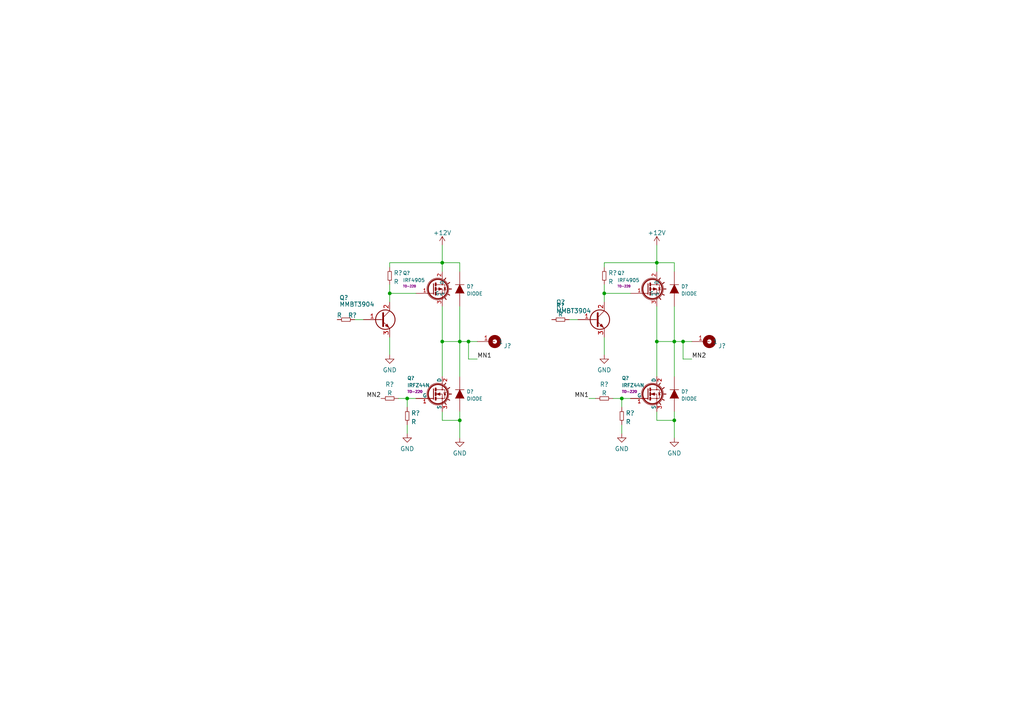
<source format=kicad_sch>
(kicad_sch (version 20211123) (generator eeschema)
  (paper "A4")
  (lib_symbols
    (symbol "EESTN5:Cable_PAD" (pin_names (offset 1.016))
      (property "Reference" "J" (at 0 5.08 0))
      (symbol "Cable_PAD_0_1"
        (circle (center 0 0) (radius 1.27) (stroke (width 1.27)))
      )
      (symbol "Cable_PAD_1_1"
        (pin input line (at -5.08 0 0) (length 5.08) (name "1") (number "1"))
      )
    )
    (symbol "EESTN5:DIODE" (pin_numbers hide) (pin_names (offset 1.016) hide)
      (property "Reference" "D" (at 0 2.54 0))
      (property "Value" "DIODE" (at 0 -2.54 0))
      (symbol "DIODE_0_1"
        (polyline (pts (xy 1.27 1.27) (xy 1.27 -1.27)) (stroke (width 0.1524)))
        (polyline (pts (xy -1.27 1.27) (xy 1.27 0) (xy -1.27 -1.27)) (fill (type outline)))
      )
      (symbol "DIODE_1_1"
        (pin passive line (at -5.08 0 0) (length 3.81) (name "A") (number "1"))
        (pin passive line (at 5.08 0 180) (length 3.81) (name "K") (number "2"))
      )
    )
    (symbol "EESTN5:IRFZ44N" (pin_names (offset 0))
      (property "Reference" "Q" (at 0 -3.7592 0))
      (property "Value" "IRFZ44N" (at 3.81 7.62 0))
      (property "Footprint" "TO-220" (at -4.5466 2.5654 0))
      (symbol "IRFZ44N_0_1"
        (polyline (pts (xy 0.635 -1.016) (xy 0.635 -1.651)) (stroke (width 0.508)))
        (polyline (pts (xy 0.635 0.381) (xy 0.635 -0.381)) (stroke (width 0.508)))
        (polyline (pts (xy 0.635 1.651) (xy 0.635 1.016)) (stroke (width 0.508)))
        (polyline (pts (xy 3.048 0.381) (xy 2.921 0.254)))
        (polyline (pts (xy 3.048 0.381) (xy 3.556 0.381)))
        (polyline (pts (xy 3.175 2.667) (xy 3.556 3.175)) (stroke (width 0.254)))
        (polyline (pts (xy 3.302 -2.54) (xy 3.683 -3.048)) (stroke (width 0.254)))
        (polyline (pts (xy 3.556 0.381) (xy 3.683 0.508)))
        (polyline (pts (xy 4.191 -1.524) (xy 4.699 -1.778)) (stroke (width 0.254)))
        (polyline (pts (xy 4.191 1.524) (xy 4.699 1.905)) (stroke (width 0.254)))
        (polyline (pts (xy 4.572 0) (xy 5.207 0)) (stroke (width 0.254)))
        (polyline (pts (xy 0 1.524) (xy 0 -1.524) (xy 0 -1.524)) (stroke (width 0.254)))
        (polyline (pts (xy 0.762 -1.27) (xy 2.54 -1.27) (xy 2.54 -2.54) (xy 2.54 -2.54)))
        (polyline (pts (xy 0.762 1.27) (xy 2.54 1.27) (xy 2.54 2.54) (xy 2.54 2.54)))
        (polyline (pts (xy 2.54 1.27) (xy 3.302 1.27) (xy 3.302 -1.27) (xy 2.54 -1.27)))
        (polyline (pts (xy 3.302 0.381) (xy 3.048 -0.254) (xy 3.556 -0.254) (xy 3.302 0.381)) (fill (type outline)))
        (polyline (pts (xy 0.762 0) (xy 1.27 0) (xy 2.54 0) (xy 2.54 -1.27) (xy 2.54 -1.27)))
        (polyline (pts (xy 0.889 0) (xy 1.905 0.381) (xy 1.905 -0.381) (xy 0.889 0) (xy 1.016 0) (xy 1.016 0)) (fill (type outline)))
        (circle (center 1.27 0) (radius 2.8194) (stroke (width 0.3556)))
        (circle (center 1.27 0) (radius 3.175))
        (circle (center 2.54 -1.27) (radius 0.127))
        (circle (center 2.54 1.27) (radius 0.127))
      )
      (symbol "IRFZ44N_1_1"
        (pin input line (at -5.08 -1.27 0) (length 5.08) (name "G") (number "1"))
        (pin passive line (at 2.54 5.08 270) (length 2.032) (name "D") (number "2"))
        (pin passive line (at 2.54 -5.08 90) (length 2.54) (name "S") (number "3"))
      )
    )
    (symbol "EESTN5:R" (pin_numbers hide) (pin_names (offset 0))
      (property "Reference" "R" (at -1.27 0 90))
      (property "Value" "R" (at 1.27 0 90))
      (symbol "R_0_1"
        (rectangle (start 0.508 1.27) (end -0.508 -1.27))
      )
      (symbol "R_1_1"
        (pin passive line (at 0 2.54 270) (length 1.27) (name "~") (number "1"))
        (pin passive line (at 0 -2.54 90) (length 1.27) (name "~") (number "2"))
      )
    )
    (symbol "MacroLib:IRF4905"
      (property "Reference" "Q" (at -11.43 5.08 0))
      (property "Value" "IRF4905" (at -8.89 3.175 0))
      (property "Footprint" "TO-220" (at -10.16 1.905 0))
      (symbol "IRF4905_0_1"
        (circle (center -1.27 1.27) (radius 2.8194) (stroke (width 0.3556)))
        (circle (center -1.27 1.27) (radius 3.175))
        (polyline (pts (xy -1.905 0.254) (xy -1.905 -0.381)) (stroke (width 0.508)))
        (polyline (pts (xy -1.905 1.651) (xy -1.905 0.889)) (stroke (width 0.508)))
        (polyline (pts (xy -1.905 2.921) (xy -1.905 2.286)) (stroke (width 0.508)))
        (polyline (pts (xy 0.508 1.016) (xy 0.381 0.889)))
        (polyline (pts (xy 0.635 3.937) (xy 1.016 4.445)) (stroke (width 0.254)))
        (polyline (pts (xy 0.762 -1.27) (xy 1.143 -1.778)) (stroke (width 0.254)))
        (polyline (pts (xy 1.016 1.016) (xy 0.508 1.016)))
        (polyline (pts (xy 1.016 1.016) (xy 1.143 1.143)))
        (polyline (pts (xy 1.651 -0.254) (xy 2.159 -0.508)) (stroke (width 0.254)))
        (polyline (pts (xy 1.651 2.794) (xy 2.159 3.175)) (stroke (width 0.254)))
        (polyline (pts (xy 2.032 1.27) (xy 2.667 1.27)) (stroke (width 0.254)))
        (polyline (pts (xy -2.54 2.794) (xy -2.54 -0.254) (xy -2.54 -0.254)) (stroke (width 0.254)))
        (polyline (pts (xy -1.778 0) (xy 0 0) (xy 0 -1.27) (xy 0 -1.27)))
        (polyline (pts (xy -1.778 2.54) (xy 0 2.54) (xy 0 3.81) (xy 0 3.81)))
        (polyline (pts (xy 0 2.54) (xy 0.762 2.54) (xy 0.762 0) (xy 0 0)))
        (polyline (pts (xy 0.762 1.016) (xy 1.016 1.651) (xy 0.508 1.651) (xy 0.762 1.016)) (fill (type outline)))
        (polyline (pts (xy -1.778 1.27) (xy -1.27 1.27) (xy 0 1.27) (xy 0 0) (xy 0 0)))
        (polyline (pts (xy 0 1.27) (xy -1.016 0.889) (xy -1.016 1.651) (xy 0 1.27) (xy -0.127 1.27) (xy -0.127 1.27)) (fill (type outline)))
        (circle (center 0 0) (radius 0.127))
        (circle (center 0 2.54) (radius 0.127))
      )
      (symbol "IRF4905_1_1"
        (pin input line (at -7.62 0 0) (length 5.08) (name "G") (number "1"))
        (pin passive line (at 0 6.35 270) (length 2.032) (name "D") (number "2"))
        (pin passive line (at 0 -3.81 90) (length 2.54) (name "S") (number "3"))
      )
    )
    (symbol "MacroLib:MMBT3904" (pin_names hide)
      (property "Reference" "Q" (at -11.43 5.715 0))
      (property "Value" "MMBT3904" (at -6.985 3.81 0))
      (symbol "MMBT3904_0_1"
        (circle (center -1.27 0) (radius 2.8194) (stroke (width 0.254)))
        (polyline (pts (xy -2.54 0) (xy -1.905 0)))
        (polyline (pts (xy -1.905 0.635) (xy 0 2.54)))
        (polyline (pts (xy -1.905 -0.635) (xy 0 -2.54) (xy 0 -2.54)))
        (polyline (pts (xy -1.905 1.905) (xy -1.905 -1.905) (xy -1.905 -1.905)) (stroke (width 0.508)))
        (polyline (pts (xy -1.27 -1.778) (xy -0.762 -1.27) (xy -0.254 -2.286) (xy -1.27 -1.778) (xy -1.27 -1.778)) (fill (type outline)))
      )
      (symbol "MMBT3904_1_1"
        (pin input line (at -7.62 0 0) (length 5.08) (name "B") (number "1"))
        (pin passive line (at 0 5.08 270) (length 2.54) (name "C") (number "2"))
        (pin passive line (at 0 -5.08 90) (length 2.54) (name "E") (number "3"))
      )
    )
    (symbol "power:+12V" (power) (pin_names (offset 0))
      (property "Value" "+12V" (at 0 3.556 0))
      (symbol "+12V_0_1"
        (polyline (pts (xy -0.762 1.27) (xy 0 2.54)))
        (polyline (pts (xy 0 0) (xy 0 2.54)))
        (polyline (pts (xy 0 2.54) (xy 0.762 1.27)))
      )
      (symbol "+12V_1_1"
        (pin power_in line (at 0 0 90) (length 0) hide (name "+12V") (number "1"))
      )
    )
    (symbol "power:GND" (power) (pin_names (offset 0))
      (property "Value" "GND" (at 0 -3.81 0))
      (symbol "GND_0_1"
        (polyline (pts (xy 0 0) (xy 0 -1.27) (xy 1.27 -1.27) (xy 0 -2.54) (xy -1.27 -1.27) (xy 0 -1.27)))
      )
      (symbol "GND_1_1"
        (pin power_in line (at 0 0 270) (length 0) hide (name "GND") (number "1"))
      )
    )
  )
  (junction (at 113.03 85.09))
  (junction (at 135.89 99.06))
  (junction (at 180.34 115.57))
  (junction (at 133.35 121.92))
  (junction (at 195.58 99.06))
  (junction (at 118.11 115.57))
  (junction (at 190.5 76.2))
  (junction (at 195.58 121.92))
  (junction (at 128.27 76.2))
  (junction (at 175.26 85.09))
  (junction (at 198.12 99.06))
  (junction (at 190.5 99.06))
  (junction (at 128.27 99.06))
  (junction (at 133.35 99.06))
  (wire (pts (xy 133.35 121.92) (xy 133.35 119.38)))
  (wire (pts (xy 180.34 115.57) (xy 180.34 118.11)))
  (wire (pts (xy 180.34 123.19) (xy 180.34 125.73)))
  (wire (pts (xy 175.26 97.79) (xy 175.26 102.87)))
  (wire (pts (xy 133.35 78.74) (xy 133.35 76.2)))
  (wire (pts (xy 175.26 85.09) (xy 175.26 87.63)))
  (wire (pts (xy 135.89 99.06) (xy 135.89 104.14)))
  (wire (pts (xy 135.89 99.06) (xy 138.43 99.06)))
  (wire (pts (xy 113.03 97.79) (xy 113.03 102.87)))
  (wire (pts (xy 195.58 121.92) (xy 195.58 119.38)))
  (wire (pts (xy 175.26 85.09) (xy 182.88 85.09)))
  (wire (pts (xy 195.58 99.06) (xy 195.58 109.22)))
  (wire (pts (xy 113.03 85.09) (xy 113.03 87.63)))
  (wire (pts (xy 175.26 77.47) (xy 175.26 76.2)))
  (wire (pts (xy 113.03 85.09) (xy 120.65 85.09)))
  (wire (pts (xy 128.27 119.38) (xy 128.27 121.92)))
  (wire (pts (xy 195.58 76.2) (xy 190.5 76.2)))
  (wire (pts (xy 133.35 99.06) (xy 133.35 109.22)))
  (wire (pts (xy 190.5 121.92) (xy 195.58 121.92)))
  (wire (pts (xy 190.5 71.12) (xy 190.5 76.2)))
  (wire (pts (xy 102.87 92.71) (xy 105.41 92.71)))
  (wire (pts (xy 118.11 115.57) (xy 120.65 115.57)))
  (wire (pts (xy 113.03 82.55) (xy 113.03 85.09)))
  (wire (pts (xy 133.35 88.9) (xy 133.35 99.06)))
  (wire (pts (xy 128.27 99.06) (xy 128.27 109.22)))
  (wire (pts (xy 175.26 76.2) (xy 190.5 76.2)))
  (wire (pts (xy 118.11 123.19) (xy 118.11 125.73)))
  (wire (pts (xy 115.57 115.57) (xy 118.11 115.57)))
  (wire (pts (xy 133.35 76.2) (xy 128.27 76.2)))
  (wire (pts (xy 190.5 76.2) (xy 190.5 78.74)))
  (wire (pts (xy 177.8 115.57) (xy 180.34 115.57)))
  (wire (pts (xy 128.27 76.2) (xy 128.27 78.74)))
  (wire (pts (xy 128.27 71.12) (xy 128.27 76.2)))
  (wire (pts (xy 198.12 104.14) (xy 200.66 104.14)))
  (wire (pts (xy 195.58 88.9) (xy 195.58 99.06)))
  (wire (pts (xy 128.27 121.92) (xy 133.35 121.92)))
  (wire (pts (xy 190.5 99.06) (xy 195.58 99.06)))
  (wire (pts (xy 190.5 119.38) (xy 190.5 121.92)))
  (wire (pts (xy 180.34 115.57) (xy 182.88 115.57)))
  (wire (pts (xy 195.58 78.74) (xy 195.58 76.2)))
  (wire (pts (xy 175.26 82.55) (xy 175.26 85.09)))
  (wire (pts (xy 165.1 92.71) (xy 167.64 92.71)))
  (wire (pts (xy 118.11 115.57) (xy 118.11 118.11)))
  (wire (pts (xy 135.89 104.14) (xy 138.43 104.14)))
  (wire (pts (xy 113.03 77.47) (xy 113.03 76.2)))
  (wire (pts (xy 133.35 121.92) (xy 133.35 127)))
  (wire (pts (xy 195.58 99.06) (xy 198.12 99.06)))
  (wire (pts (xy 128.27 88.9) (xy 128.27 99.06)))
  (wire (pts (xy 128.27 99.06) (xy 133.35 99.06)))
  (wire (pts (xy 190.5 88.9) (xy 190.5 99.06)))
  (wire (pts (xy 113.03 76.2) (xy 128.27 76.2)))
  (wire (pts (xy 198.12 99.06) (xy 200.66 99.06)))
  (wire (pts (xy 170.815 115.57) (xy 172.72 115.57)))
  (wire (pts (xy 198.12 99.06) (xy 198.12 104.14)))
  (wire (pts (xy 133.35 99.06) (xy 135.89 99.06)))
  (wire (pts (xy 195.58 121.92) (xy 195.58 127)))
  (wire (pts (xy 190.5 99.06) (xy 190.5 109.22)))
  (label "MN1" (at 138.43 104.14 0))
  (label "MN1" (at 170.815 115.57 180))
  (label "MN2" (at 200.66 104.14 0))
  (label "MN2" (at 110.49 115.57 180))
  (symbol (lib_id "EESTN5:DIODE") (at 195.58 114.3 90) (unit 1)
    (property "Reference" "D?" (at 197.5612 113.5688 90) (effects (font (size 1.016 1.016)) (justify right)))
    (property "Value" "DIODE" (at 197.5612 115.6492 90) (effects (font (size 1.016 1.016)) (justify right)))
  )
  (symbol (lib_id "EESTN5:R") (at 162.56 92.71 90) (unit 1)
    (property "Reference" "R?" (at 162.56 88.6292 90))
    (property "Value" "R" (at 162.56 91.1661 90))
  )
  (symbol (lib_id "EESTN5:R") (at 118.11 120.65 0) (unit 1)
    (property "Reference" "R?" (at 119.253 119.8153 0) (effects (justify left)))
    (property "Value" "R" (at 119.253 122.3522 0) (effects (justify left)))
  )
  (symbol (lib_id "MacroLib:MMBT3904") (at 175.26 92.71 0) (unit 1)
    (property "Reference" "Q?" (at 161.29 87.63 0) (effects (justify left)))
    (property "Value" "MMBT3904" (at 161.29 90.17 0) (effects (justify left)))
  )
  (symbol (lib_id "EESTN5:R") (at 175.26 80.01 0) (unit 1)
    (property "Reference" "R?" (at 176.403 79.1753 0) (effects (justify left)))
    (property "Value" "R" (at 176.403 81.7122 0) (effects (justify left)))
  )
  (symbol (lib_id "EESTN5:Cable_PAD") (at 205.74 99.06 0) (unit 1)
    (property "Reference" "J?" (at 208.28 100.33 0) (effects (justify left)))
    (property "Value" "Cable_PAD" (effects hide))
  )
  (symbol (lib_id "EESTN5:R") (at 113.03 80.01 0) (unit 1)
    (property "Reference" "R?" (at 114.173 79.1753 0) (effects (justify left)))
    (property "Value" "R" (at 114.173 81.7122 0) (effects (justify left)))
  )
  (symbol (lib_id "EESTN5:DIODE") (at 195.58 83.82 90) (unit 1)
    (property "Reference" "D?" (at 197.5612 83.0888 90) (effects (font (size 1.016 1.016)) (justify right)))
    (property "Value" "DIODE" (at 197.5612 85.1692 90) (effects (font (size 1.016 1.016)) (justify right)))
  )
  (symbol (lib_id "EESTN5:Cable_PAD") (at 143.51 99.06 0) (unit 1)
    (property "Reference" "J?" (at 146.05 100.33 0) (effects (justify left)))
    (property "Value" "Cable_PAD" (effects hide))
  )
  (symbol (lib_id "EESTN5:R") (at 100.33 92.71 90) (unit 1)
    (property "Reference" "R?" (at 102.235 91.44 90))
    (property "Value" "R" (at 98.425 91.44 90))
  )
  (symbol (lib_id "power:GND") (at 175.26 102.87 0) (unit 1)
    (property "Reference" "#PWR?" (effects hide))
    (property "Value" "GND" (at 175.26 107.3134 0))
  )
  (symbol (lib_id "EESTN5:DIODE") (at 133.35 83.82 90) (unit 1)
    (property "Reference" "D?" (at 135.3312 83.0888 90) (effects (font (size 1.016 1.016)) (justify right)))
    (property "Value" "DIODE" (at 135.3312 85.1692 90) (effects (font (size 1.016 1.016)) (justify right)))
  )
  (symbol (lib_id "EESTN5:R") (at 175.26 115.57 270) (unit 1)
    (property "Reference" "R?" (at 175.26 111.4892 90))
    (property "Value" "R" (at 175.26 114.0261 90))
  )
  (symbol (lib_id "power:+12V") (at 128.27 71.12 0) (unit 1)
    (property "Reference" "#PWR?" (effects hide))
    (property "Value" "+12V" (at 128.27 67.5442 0))
  )
  (symbol (lib_id "EESTN5:IRFZ44N") (at 187.96 114.3 0) (unit 1)
    (property "Reference" "Q?" (at 180.34 109.6796 0) (effects (font (size 1.016 1.016)) (justify left)))
    (property "Value" "IRFZ44N" (at 180.34 111.76 0) (effects (font (size 1.016 1.016)) (justify left)))
    (property "Footprint" "TO-220" (at 180.34 113.5892 0) (effects (font (size 0.7366 0.7366)) (justify left)))
  )
  (symbol (lib_id "MacroLib:IRF4905") (at 190.5 85.09 0) (unit 1)
    (property "Reference" "Q?" (at 179.07 79.1996 0) (effects (font (size 1.016 1.016)) (justify left)))
    (property "Value" "IRF4905" (at 179.07 81.28 0) (effects (font (size 1.016 1.016)) (justify left)))
    (property "Footprint" "TO-220" (at 179.07 83.018 0) (effects (font (size 0.635 0.635)) (justify left)))
  )
  (symbol (lib_id "MacroLib:IRF4905") (at 128.27 85.09 0) (unit 1)
    (property "Reference" "Q?" (at 116.84 79.1996 0) (effects (font (size 1.016 1.016)) (justify left)))
    (property "Value" "IRF4905" (at 116.84 81.28 0) (effects (font (size 1.016 1.016)) (justify left)))
    (property "Footprint" "TO-220" (at 116.84 83.018 0) (effects (font (size 0.635 0.635)) (justify left)))
  )
  (symbol (lib_id "EESTN5:IRFZ44N") (at 125.73 114.3 0) (unit 1)
    (property "Reference" "Q?" (at 118.11 109.6796 0) (effects (font (size 1.016 1.016)) (justify left)))
    (property "Value" "IRFZ44N" (at 118.11 111.76 0) (effects (font (size 1.016 1.016)) (justify left)))
    (property "Footprint" "TO-220" (at 118.11 113.5892 0) (effects (font (size 0.7366 0.7366)) (justify left)))
  )
  (symbol (lib_id "power:GND") (at 180.34 125.73 0) (unit 1)
    (property "Reference" "#PWR?" (effects hide))
    (property "Value" "GND" (at 180.34 130.1734 0))
  )
  (symbol (lib_id "power:GND") (at 118.11 125.73 0) (unit 1)
    (property "Reference" "#PWR?" (effects hide))
    (property "Value" "GND" (at 118.11 130.1734 0))
  )
  (symbol (lib_id "EESTN5:R") (at 113.03 115.57 270) (unit 1)
    (property "Reference" "R?" (at 113.03 111.4892 90))
    (property "Value" "R" (at 113.03 114.0261 90))
  )
  (symbol (lib_id "power:+12V") (at 190.5 71.12 0) (unit 1)
    (property "Reference" "#PWR?" (effects hide))
    (property "Value" "+12V" (at 190.5 67.5442 0))
  )
  (symbol (lib_id "power:GND") (at 113.03 102.87 0) (unit 1)
    (property "Reference" "#PWR?" (effects hide))
    (property "Value" "GND" (at 113.03 107.3134 0))
  )
  (symbol (lib_id "MacroLib:MMBT3904") (at 113.03 92.71 0) (unit 1)
    (property "Reference" "Q?" (at 98.425 86.36 0) (effects (justify left)))
    (property "Value" "MMBT3904" (at 98.425 88.265 0) (effects (justify left)))
  )
  (symbol (lib_id "EESTN5:DIODE") (at 133.35 114.3 90) (unit 1)
    (property "Reference" "D?" (at 135.3312 113.5688 90) (effects (font (size 1.016 1.016)) (justify right)))
    (property "Value" "DIODE" (at 135.3312 115.6492 90) (effects (font (size 1.016 1.016)) (justify right)))
  )
  (symbol (lib_id "power:GND") (at 133.35 127 0) (unit 1)
    (property "Reference" "#PWR?" (effects hide))
    (property "Value" "GND" (at 133.35 131.4434 0))
  )
  (symbol (lib_id "power:GND") (at 195.58 127 0) (unit 1)
    (property "Reference" "#PWR?" (effects hide))
    (property "Value" "GND" (at 195.58 131.4434 0))
  )
  (symbol (lib_id "EESTN5:R") (at 180.34 120.65 0) (unit 1)
    (property "Reference" "R?" (at 181.483 119.8153 0) (effects (justify left)))
    (property "Value" "R" (at 181.483 122.3522 0) (effects (justify left)))
  )
)
</source>
